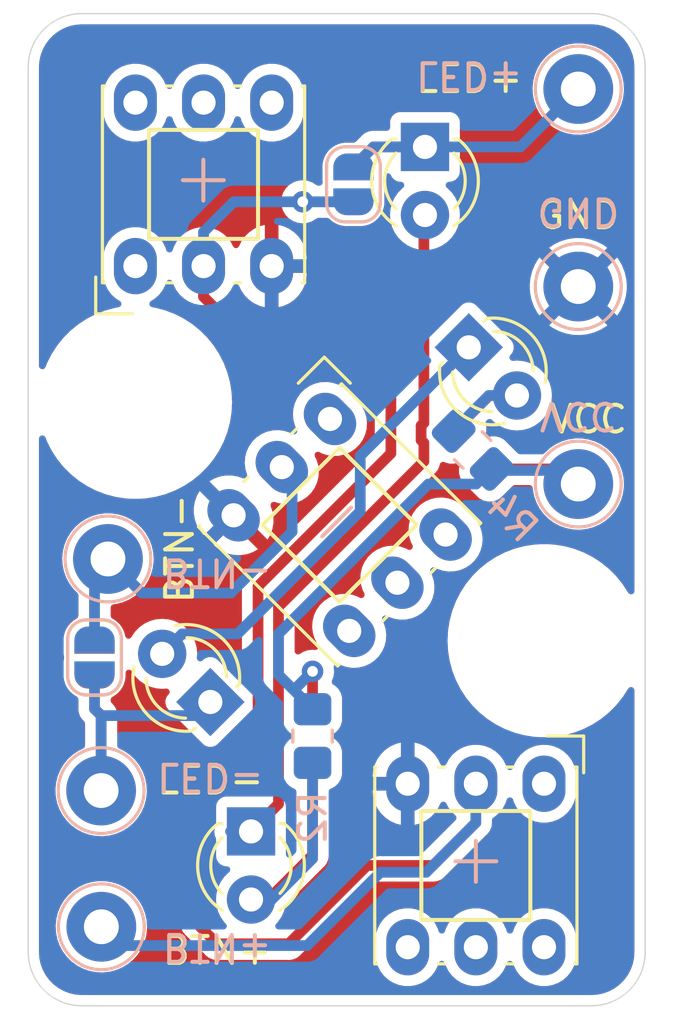
<source format=kicad_pcb>
(kicad_pcb (version 20211014) (generator pcbnew)
  (layers (0 "F.Cu" signal) (31 "B.Cu" signal) (34 "B.Paste" user) (35 "F.Paste" user) (36 "B.SilkS" user "B.Silkscreen") (37 "F.SilkS" user "F.Silkscreen") (38 "B.Mask" user) (39 "F.Mask" user) (44 "Edge.Cuts" user))
  (net 0 "")
  (net 1 "GND")
  (net 2 "VCC")
  (net 3 "Net-(D1-Pad2)")
  (net 4 "Net-(D2-Pad2)")
  (net 5 "Net-(D1-Pad1)")
  (net 6 "Net-(D2-Pad1)")
  (net 7 "Net-(JP2-Pad2)")
  (net 8 "Net-(JP1-Pad2)")
  (net 9 "Net-(D3-Pad1)")
  (net 10 "Net-(D4-Pad1)")
  (footprint "MountingHole:MountingHole_3.2mm_M3" (layer "F.Cu") (at 94.996 31.496 -90)
    (fp_text reference "H1" hide)
    (fp_text value "MountingHole")
    (pad "" np_thru_hole circle (at 0 0 270) (size 3.2 3.2) (drill 3.2) (layers *.Cu *.Mask))
  )
  (footprint "MountingHole:MountingHole_3.2mm_M3" (layer "F.Cu") (at 110.236 40.386 180)
    (fp_text reference "H2" hide)
    (fp_text value "MountingHole")
    (pad "" np_thru_hole circle (at 0 0 180) (size 3.2 3.2) (drill 3.2) (layers *.Cu *.Mask))
  )
  (footprint "Switch_KMZ:KLS7" (layer "F.Cu") (at 107.688 48.768 -90)
    (fp_text reference "SWPLUS1" hide)
    (fp_text value "SW_Push_DPDT")
    (fp_line (start -2.032 2.032) (end 2.032 2.032) (layer "F.SilkS") (width 0.15))
    (fp_line (start -3.67 -3.69) (end -3.67 -3.77) (layer "F.SilkS") (width 0.12))
    (fp_line (start -3.67 3.69) (end -3.67 3.77) (layer "F.SilkS") (width 0.12))
    (fp_line (start 3.67 1.15) (end 3.67 1.39) (layer "F.SilkS") (width 0.12))
    (fp_line (start -3.67 1.15) (end -3.67 1.39) (layer "F.SilkS") (width 0.12))
    (fp_line (start -3.67 -3.77) (end 3.67 -3.77) (layer "F.SilkS") (width 0.12))
    (fp_line (start -4.826 -4.02) (end -3.456 -4.02) (layer "F.SilkS") (width 0.12))
    (fp_line (start 3.67 -1.39) (end 3.67 -1.15) (layer "F.SilkS") (width 0.12))
    (fp_line (start 2.032 -2.032) (end -2.032 -2.032) (layer "F.SilkS") (width 0.15))
    (fp_line (start -2.032 -2.032) (end -2.032 2.032) (layer "F.SilkS") (width 0.15))
    (fp_line (start -3.67 -1.39) (end -3.67 -1.15) (layer "F.SilkS") (width 0.12))
    (fp_line (start -3.67 3.77) (end 3.67 3.77) (layer "F.SilkS") (width 0.12))
    (fp_line (start 2.032 2.032) (end 2.032 -2.032) (layer "F.SilkS") (width 0.15))
    (fp_line (start 3.67 3.77) (end 3.67 3.69) (layer "F.SilkS") (width 0.12))
    (fp_line (start -4.826 -2.65) (end -4.826 -4.02) (layer "F.SilkS") (width 0.12))
    (fp_line (start 3.67 -3.77) (end 3.67 -3.69) (layer "F.SilkS") (width 0.12))
    (pad "1" thru_hole oval locked (at -3.048 -2.54 270) (size 2.1 1.6) (drill 0.9) (layers *.Cu *.Mask))
    (pad "2" thru_hole oval locked (at -3.048 2.54 270) (size 2.1 1.6) (drill 0.9) (layers *.Cu *.Mask) (net 1 "GND"))
    (pad "3" thru_hole oval locked (at -3.048 0 270) (size 2.1 1.6) (drill 0.9) (layers *.Cu *.Mask) (net 8 "Net-(JP1-Pad2)"))
    (pad "4" thru_hole oval locked (at 3.048 2.54 270) (size 2.1 1.6) (drill 0.9) (layers *.Cu *.Mask))
    (pad "5" thru_hole oval locked (at 3.048 -2.54 270) (size 2.1 1.6) (drill 0.9) (layers *.Cu *.Mask))
    (pad "6" thru_hole oval locked (at 3.048 0 270) (size 2.1 1.6) (drill 0.9) (layers *.Cu *.Mask))
  )
  (footprint "LED_THT:LED_D3.0mm" (layer "F.Cu") (at 99.306 47.498 -90)
    (fp_text reference "D1" hide)
    (fp_text value "MINUS")
    (fp_line (start -0.29 1.08) (end -0.29 1.236) (layer "F.SilkS") (width 0.12))
    (fp_line (start -0.29 -1.236) (end -0.29 -1.08) (layer "F.SilkS") (width 0.12))
    (fp_arc (start 2.31113 1.079837) (mid 1.270117 1.5) (end 0.229039 1.08) (layer "F.SilkS") (width 0.12))
    (fp_arc (start 0.229039 -1.08) (mid 1.270117 -1.5) (end 2.31113 -1.079837) (layer "F.SilkS") (width 0.12))
    (fp_arc (start -0.29 -1.235516) (mid 1.366487 -1.987659) (end 2.942335 -1.078608) (layer "F.SilkS") (width 0.12))
    (fp_arc (start 2.942335 1.078608) (mid 1.366487 1.987659) (end -0.29 1.235516) (layer "F.SilkS") (width 0.12))
    (pad "1" thru_hole rect (at 0 0 270) (size 1.8 1.8) (drill 0.9) (layers *.Cu *.Mask) (net 5 "Net-(D1-Pad1)"))
    (pad "2" thru_hole circle (at 2.54 0 270) (size 1.8 1.8) (drill 0.9) (layers *.Cu *.Mask) (net 3 "Net-(D1-Pad2)"))
  )
  (footprint "LED_THT:LED_D3.0mm" (layer "F.Cu") (at 107.423949 29.445949 -45)
    (fp_text reference "D2" hide)
    (fp_text value "PLUS")
    (fp_line (start -0.29 -1.236) (end -0.29 -1.08) (layer "F.SilkS") (width 0.12))
    (fp_line (start -0.29 1.08) (end -0.29 1.236) (layer "F.SilkS") (width 0.12))
    (fp_arc (start -0.29 -1.235516) (mid 1.366488 -1.987659) (end 2.942335 -1.078608) (layer "F.SilkS") (width 0.12))
    (fp_arc (start 0.229039 -1.08) (mid 1.270118 -1.5) (end 2.31113 -1.079837) (layer "F.SilkS") (width 0.12))
    (fp_arc (start 2.942335 1.078608) (mid 1.366487 1.987659) (end -0.29 1.235516) (layer "F.SilkS") (width 0.12))
    (fp_arc (start 2.31113 1.079837) (mid 1.270117 1.5) (end 0.229039 1.08) (layer "F.SilkS") (width 0.12))
    (pad "1" thru_hole rect (at 0 0 315) (size 1.8 1.8) (drill 0.9) (layers *.Cu *.Mask) (net 6 "Net-(D2-Pad1)"))
    (pad "2" thru_hole circle (at 2.54 0 315) (size 1.8 1.8) (drill 0.9) (layers *.Cu *.Mask) (net 4 "Net-(D2-Pad2)"))
  )
  (footprint "Switch_KMZ:KLS7" (layer "F.Cu") (at 102.608 36.068 -45)
    (fp_text reference "SWMINUS1" hide)
    (fp_text value "SW_Push_DPDT")
    (fp_line (start 2.032 2.032) (end 2.032 -2.032) (layer "F.SilkS") (width 0.15))
    (fp_line (start -3.67 1.15) (end -3.67 1.39) (layer "F.SilkS") (width 0.12))
    (fp_line (start -3.67 3.69) (end -3.67 3.77) (layer "F.SilkS") (width 0.12))
    (fp_line (start 2.032 -2.032) (end -2.032 -2.032) (layer "F.SilkS") (width 0.15))
    (fp_line (start -3.67 -3.69) (end -3.67 -3.77) (layer "F.SilkS") (width 0.12))
    (fp_line (start -2.032 -2.032) (end -2.032 2.032) (layer "F.SilkS") (width 0.15))
    (fp_line (start -4.826 -4.02) (end -3.456 -4.02) (layer "F.SilkS") (width 0.12))
    (fp_line (start 3.67 -1.39) (end 3.67 -1.15) (layer "F.SilkS") (width 0.12))
    (fp_line (start 3.67 3.77) (end 3.67 3.69) (layer "F.SilkS") (width 0.12))
    (fp_line (start -3.67 -3.77) (end 3.67 -3.77) (layer "F.SilkS") (width 0.12))
    (fp_line (start -3.67 3.77) (end 3.67 3.77) (layer "F.SilkS") (width 0.12))
    (fp_line (start -4.826 -2.65) (end -4.826 -4.02) (layer "F.SilkS") (width 0.12))
    (fp_line (start 3.67 1.15) (end 3.67 1.39) (layer "F.SilkS") (width 0.12))
    (fp_line (start -3.67 -1.39) (end -3.67 -1.15) (layer "F.SilkS") (width 0.12))
    (fp_line (start 3.67 -3.77) (end 3.67 -3.69) (layer "F.SilkS") (width 0.12))
    (fp_line (start -2.032 2.032) (end 2.032 2.032) (layer "F.SilkS") (width 0.15))
    (pad "1" thru_hole oval locked (at -3.048 -2.54 315) (size 2.1 1.6) (drill 0.9) (layers *.Cu *.Mask))
    (pad "2" thru_hole oval locked (at -3.048 2.54 315) (size 2.1 1.6) (drill 0.9) (layers *.Cu *.Mask) (net 1 "GND"))
    (pad "3" thru_hole oval locked (at -3.048 0 315) (size 2.1 1.6) (drill 0.9) (layers *.Cu *.Mask) (net 7 "Net-(JP2-Pad2)"))
    (pad "4" thru_hole oval locked (at 3.048 2.54 315) (size 2.1 1.6) (drill 0.9) (layers *.Cu *.Mask))
    (pad "5" thru_hole oval locked (at 3.048 -2.54 315) (size 2.1 1.6) (drill 0.9) (layers *.Cu *.Mask))
    (pad "6" thru_hole oval locked (at 3.048 0 315) (size 2.1 1.6) (drill 0.9) (layers *.Cu *.Mask))
  )
  (footprint "LED_THT:LED_D3.0mm" (layer "F.Cu") (at 97.79 42.672 135)
    (fp_text reference "D4" hide)
    (fp_text value "PLUS")
    (fp_line (start -0.29 1.08) (end -0.29 1.236) (layer "F.SilkS") (width 0.12))
    (fp_line (start -0.29 -1.236) (end -0.29 -1.08) (layer "F.SilkS") (width 0.12))
    (fp_arc (start 2.31113 1.079837) (mid 1.270117 1.5) (end 0.229039 1.08) (layer "F.SilkS") (width 0.12))
    (fp_arc (start 2.942335 1.078608) (mid 1.366487 1.987659) (end -0.29 1.235516) (layer "F.SilkS") (width 0.12))
    (fp_arc (start -0.29 -1.235516) (mid 1.366488 -1.987659) (end 2.942335 -1.078608) (layer "F.SilkS") (width 0.12))
    (fp_arc (start 0.229039 -1.08) (mid 1.270118 -1.5) (end 2.31113 -1.079837) (layer "F.SilkS") (width 0.12))
    (pad "1" thru_hole rect (at 0 0 135) (size 1.8 1.8) (drill 0.9) (layers *.Cu *.Mask) (net 10 "Net-(D4-Pad1)"))
    (pad "2" thru_hole circle (at 2.54 0 135) (size 1.8 1.8) (drill 0.9) (layers *.Cu *.Mask) (net 6 "Net-(D2-Pad1)"))
  )
  (footprint "Switch_KMZ:KLS7" (layer "F.Cu") (at 97.536 23.368 90)
    (fp_text reference "SWPLUS2" hide)
    (fp_text value "SW_Push_DPDT")
    (fp_line (start 3.67 -3.77) (end 3.67 -3.69) (layer "F.SilkS") (width 0.12))
    (fp_line (start -2.032 2.032) (end 2.032 2.032) (layer "F.SilkS") (width 0.15))
    (fp_line (start -3.67 3.69) (end -3.67 3.77) (layer "F.SilkS") (width 0.12))
    (fp_line (start 3.67 -1.39) (end 3.67 -1.15) (layer "F.SilkS") (width 0.12))
    (fp_line (start -3.67 1.15) (end -3.67 1.39) (layer "F.SilkS") (width 0.12))
    (fp_line (start 2.032 2.032) (end 2.032 -2.032) (layer "F.SilkS") (width 0.15))
    (fp_line (start -2.032 -2.032) (end -2.032 2.032) (layer "F.SilkS") (width 0.15))
    (fp_line (start -4.826 -4.02) (end -3.456 -4.02) (layer "F.SilkS") (width 0.12))
    (fp_line (start 3.67 3.77) (end 3.67 3.69) (layer "F.SilkS") (width 0.12))
    (fp_line (start -3.67 -1.39) (end -3.67 -1.15) (layer "F.SilkS") (width 0.12))
    (fp_line (start 2.032 -2.032) (end -2.032 -2.032) (layer "F.SilkS") (width 0.15))
    (fp_line (start -3.67 3.77) (end 3.67 3.77) (layer "F.SilkS") (width 0.12))
    (fp_line (start 3.67 1.15) (end 3.67 1.39) (layer "F.SilkS") (width 0.12))
    (fp_line (start -3.67 -3.77) (end 3.67 -3.77) (layer "F.SilkS") (width 0.12))
    (fp_line (start -4.826 -2.65) (end -4.826 -4.02) (layer "F.SilkS") (width 0.12))
    (fp_line (start -3.67 -3.69) (end -3.67 -3.77) (layer "F.SilkS") (width 0.12))
    (pad "1" thru_hole oval locked (at -3.048 -2.54 90) (size 2.1 1.6) (drill 0.9) (layers *.Cu *.Mask))
    (pad "2" thru_hole oval locked (at -3.048 2.54 90) (size 2.1 1.6) (drill 0.9) (layers *.Cu *.Mask) (net 1 "GND"))
    (pad "3" thru_hole oval locked (at -3.048 0 90) (size 2.1 1.6) (drill 0.9) (layers *.Cu *.Mask) (net 8 "Net-(JP1-Pad2)"))
    (pad "4" thru_hole oval locked (at 3.048 2.54 90) (size 2.1 1.6) (drill 0.9) (layers *.Cu *.Mask))
    (pad "5" thru_hole oval locked (at 3.048 -2.54 90) (size 2.1 1.6) (drill 0.9) (layers *.Cu *.Mask))
    (pad "6" thru_hole oval locked (at 3.048 0 90) (size 2.1 1.6) (drill 0.9) (layers *.Cu *.Mask))
  )
  (footprint "LED_THT:LED_D3.0mm" (layer "F.Cu") (at 105.791 21.971 -90)
    (fp_text reference "D3" hide)
    (fp_text value "MINUS")
    (fp_line (start -0.29 1.08) (end -0.29 1.236) (layer "F.SilkS") (width 0.12))
    (fp_line (start -0.29 -1.236) (end -0.29 -1.08) (layer "F.SilkS") (width 0.12))
    (fp_arc (start 0.229039 -1.08) (mid 1.270117 -1.5) (end 2.31113 -1.079837) (layer "F.SilkS") (width 0.12))
    (fp_arc (start 2.942335 1.078608) (mid 1.366487 1.987659) (end -0.29 1.235516) (layer "F.SilkS") (width 0.12))
    (fp_arc (start 2.31113 1.079837) (mid 1.270117 1.5) (end 0.229039 1.08) (layer "F.SilkS") (width 0.12))
    (fp_arc (start -0.29 -1.235516) (mid 1.366487 -1.987659) (end 2.942335 -1.078608) (layer "F.SilkS") (width 0.12))
    (pad "1" thru_hole rect (at 0 0 270) (size 1.8 1.8) (drill 0.9) (layers *.Cu *.Mask) (net 9 "Net-(D3-Pad1)"))
    (pad "2" thru_hole circle (at 2.54 0 270) (size 1.8 1.8) (drill 0.9) (layers *.Cu *.Mask) (net 5 "Net-(D1-Pad1)"))
  )
  (footprint "Jumper:SolderJumper-2_P1.3mm_Open_RoundedPad1.0x1.5mm" (layer "F.Cu") (at 103.124 23.368 -90)
    (fp_text reference "JP3" hide)
    (fp_text value "SJ")
    (fp_line (start -0.7 -1) (end 0.7 -1) (layer "F.SilkS") (width 0.12))
    (fp_line (start 0.7 1) (end -0.7 1) (layer "F.SilkS") (width 0.12))
    (fp_line (start -1.4 0.3) (end -1.4 -0.3) (layer "F.SilkS") (width 0.12))
    (fp_line (start 1.4 -0.3) (end 1.4 0.3) (layer "F.SilkS") (width 0.12))
    (fp_arc (start 0.7 -1) (mid 1.194975 -0.794975) (end 1.4 -0.3) (layer "F.SilkS") (width 0.12))
    (fp_arc (start -1.4 -0.3) (mid -1.194975 -0.794975) (end -0.7 -1) (layer "F.SilkS") (width 0.12))
    (fp_arc (start 1.4 0.3) (mid 1.194975 0.794975) (end 0.7 1) (layer "F.SilkS") (width 0.12))
    (fp_arc (start -0.7 1) (mid -1.194975 0.794975) (end -1.4 0.3) (layer "F.SilkS") (width 0.12))
    (pad "1" smd custom (at -0.65 0 270) (size 1 0.5) (layers "F.Cu" "F.Mask") (net 9 "Net-(D3-Pad1)") (options (clearance outline) (anchor rect)) (primitives (gr_circle (center 0 0.25) (end 0.5 0.25) (width 0) (fill yes)) (gr_circle (center 0 -0.25) (end 0.5 -0.25) (width 0) (fill yes)) (gr_poly (pts (xy 0.5 0.75) (xy 0 0.75) (xy 0 -0.75) (xy 0.5 -0.75)) (width 0) (fill yes))))
    (pad "2" smd custom (at 0.65 0 270) (size 1 0.5) (layers "F.Cu" "F.Mask") (net 8 "Net-(JP1-Pad2)") (options (clearance outline) (anchor rect)) (primitives (gr_circle (center 0 0.25) (end 0.5 0.25) (width 0) (fill yes)) (gr_circle (center 0 -0.25) (end 0.5 -0.25) (width 0) (fill yes)) (gr_poly (pts (xy 0 0.75) (xy -0.5 0.75) (xy -0.5 -0.75) (xy 0 -0.75)) (width 0) (fill yes))))
  )
  (footprint "Jumper:SolderJumper-2_P1.3mm_Open_RoundedPad1.0x1.5mm" (layer "F.Cu") (at 93.472 41.021 90)
    (fp_text reference "JP4" hide)
    (fp_text value "SJ")
    (fp_line (start -1.4 0.3) (end -1.4 -0.3) (layer "F.SilkS") (width 0.12))
    (fp_line (start 1.4 -0.3) (end 1.4 0.3) (layer "F.SilkS") (width 0.12))
    (fp_line (start 0.7 1) (end -0.7 1) (layer "F.SilkS") (width 0.12))
    (fp_line (start -0.7 -1) (end 0.7 -1) (layer "F.SilkS") (width 0.12))
    (fp_arc (start 1.4 0.3) (mid 1.194975 0.794975) (end 0.7 1) (layer "F.SilkS") (width 0.12))
    (fp_arc (start -1.4 -0.3) (mid -1.194975 -0.794975) (end -0.7 -1) (layer "F.SilkS") (width 0.12))
    (fp_arc (start 0.7 -1) (mid 1.194975 -0.794975) (end 1.4 -0.3) (layer "F.SilkS") (width 0.12))
    (fp_arc (start -0.7 1) (mid -1.194975 0.794975) (end -1.4 0.3) (layer "F.SilkS") (width 0.12))
    (pad "1" smd custom (at -0.65 0 90) (size 1 0.5) (layers "F.Cu" "F.Mask") (net 10 "Net-(D4-Pad1)") (options (clearance outline) (anchor rect)) (primitives (gr_circle (center 0 0.25) (end 0.5 0.25) (width 0) (fill yes)) (gr_circle (center 0 -0.25) (end 0.5 -0.25) (width 0) (fill yes)) (gr_poly (pts (xy 0.5 0.75) (xy 0 0.75) (xy 0 -0.75) (xy 0.5 -0.75)) (width 0) (fill yes))))
    (pad "2" smd custom (at 0.65 0 90) (size 1 0.5) (layers "F.Cu" "F.Mask") (net 7 "Net-(JP2-Pad2)") (options (clearance outline) (anchor rect)) (primitives (gr_circle (center 0 0.25) (end 0.5 0.25) (width 0) (fill yes)) (gr_circle (center 0 -0.25) (end 0.5 -0.25) (width 0) (fill yes)) (gr_poly (pts (xy 0 0.75) (xy -0.5 0.75) (xy -0.5 -0.75) (xy 0 -0.75)) (width 0) (fill yes))))
  )
  (footprint "Resistor_SMD:R_0805_2012Metric_Pad1.20x1.40mm_HandSolder" (layer "F.Cu") (at 101.6 43.942 90)
    (fp_text reference "R1" hide)
    (fp_text value "1k")
    (fp_line (start -0.227064 0.735) (end 0.227064 0.735) (layer "F.SilkS") (width 0.12))
    (fp_line (start -0.227064 -0.735) (end 0.227064 -0.735) (layer "F.SilkS") (width 0.12))
    (pad "1" smd roundrect (at -1 0 90) (size 1.2 1.4) (layers "F.Cu" "F.Paste" "F.Mask") (roundrect_rratio 0.208333) (net 3 "Net-(D1-Pad2)"))
    (pad "2" smd roundrect (at 1 0 90) (size 1.2 1.4) (layers "F.Cu" "F.Paste" "F.Mask") (roundrect_rratio 0.208333) (net 2 "VCC"))
  )
  (footprint "Resistor_SMD:R_0805_2012Metric_Pad1.20x1.40mm_HandSolder" (layer "F.Cu") (at 107.569 33.274 135)
    (fp_text reference "R3" hide)
    (fp_text value "1k")
    (fp_line (start -0.227064 -0.735) (end 0.227064 -0.735) (layer "F.SilkS") (width 0.12))
    (fp_line (start -0.227064 0.735) (end 0.227064 0.735) (layer "F.SilkS") (width 0.12))
    (pad "1" smd roundrect (at -1 0 135) (size 1.2 1.4) (layers "F.Cu" "F.Paste" "F.Mask") (roundrect_rratio 0.208333) (net 2 "VCC"))
    (pad "2" smd roundrect (at 1 0 135) (size 1.2 1.4) (layers "F.Cu" "F.Paste" "F.Mask") (roundrect_rratio 0.208333) (net 4 "Net-(D2-Pad2)"))
  )
  (footprint "Connector_Pin:Pin_D1.3mm_L11.0mm" (layer "B.Cu") (at 93.726 51.054 180)
    (fp_text reference "OPLUS1" hide)
    (fp_text value "pad")
    (fp_circle (center 0 0) (end 1.6 -0.05) (layer "B.SilkS") (width 0.12) (fill none))
    (pad "1" thru_hole circle (at 0 0 180) (size 2.6 2.6) (drill 1.3) (layers *.Cu *.Mask) (net 8 "Net-(JP1-Pad2)"))
  )
  (footprint "Resistor_SMD:R_0805_2012Metric_Pad1.20x1.40mm_HandSolder" (layer "B.Cu") (at 107.569 33.274 135)
    (fp_text reference "R4" (at -2.796052 -0.71842 135) (layer "B.SilkS") (effects (justify mirror)))
    (fp_text value "1k")
    (fp_line (start -0.227064 -0.735) (end 0.227064 -0.735) (layer "B.SilkS") (width 0.12))
    (fp_line (start -0.227064 0.735) (end 0.227064 0.735) (layer "B.SilkS") (width 0.12))
    (pad "1" smd roundrect (at -1 0 135) (size 1.2 1.4) (layers "B.Cu" "B.Paste" "B.Mask") (roundrect_rratio 0.208333) (net 2 "VCC"))
    (pad "2" smd roundrect (at 1 0 135) (size 1.2 1.4) (layers "B.Cu" "B.Paste" "B.Mask") (roundrect_rratio 0.208333) (net 4 "Net-(D2-Pad2)"))
  )
  (footprint "Connector_Pin:Pin_D1.3mm_L11.0mm" (layer "B.Cu") (at 93.718 45.974 180)
    (fp_text reference "IPLUS1" hide)
    (fp_text value "pad")
    (fp_circle (center 0 0) (end 1.6 -0.05) (layer "B.SilkS") (width 0.12) (fill none))
    (pad "1" thru_hole circle (at 0 0 180) (size 2.6 2.6) (drill 1.3) (layers *.Cu *.Mask) (net 10 "Net-(D4-Pad1)"))
  )
  (footprint "Resistor_SMD:R_0805_2012Metric_Pad1.20x1.40mm_HandSolder" (layer "B.Cu") (at 101.6 43.942 -90)
    (fp_text reference "R2" (at 3.048 0 90) (layer "B.SilkS") (effects (justify mirror)))
    (fp_text value "1k")
    (fp_line (start -0.227064 0.735) (end 0.227064 0.735) (layer "B.SilkS") (width 0.12))
    (fp_line (start -0.227064 -0.735) (end 0.227064 -0.735) (layer "B.SilkS") (width 0.12))
    (pad "1" smd roundrect (at -1 0 270) (size 1.2 1.4) (layers "B.Cu" "B.Paste" "B.Mask") (roundrect_rratio 0.208333) (net 2 "VCC"))
    (pad "2" smd roundrect (at 1 0 270) (size 1.2 1.4) (layers "B.Cu" "B.Paste" "B.Mask") (roundrect_rratio 0.208333) (net 3 "Net-(D1-Pad2)"))
  )
  (footprint "Connector_Pin:Pin_D1.3mm_L11.0mm" (layer "B.Cu") (at 111.506 27.178 180)
    (fp_text reference "GND1" hide)
    (fp_text value "pad")
    (fp_circle (center 0 0) (end 1.6 -0.05) (layer "B.SilkS") (width 0.12) (fill none))
    (pad "1" thru_hole circle (at 0 0 180) (size 2.6 2.6) (drill 1.3) (layers *.Cu *.Mask) (net 1 "GND"))
  )
  (footprint "Connector_Pin:Pin_D1.3mm_L11.0mm" (layer "B.Cu") (at 111.506 34.544 180)
    (fp_text reference "VCC1" hide)
    (fp_text value "pad")
    (fp_circle (center 0 0) (end 1.6 -0.05) (layer "B.SilkS") (width 0.12) (fill none))
    (pad "1" thru_hole circle (at 0 0 180) (size 2.6 2.6) (drill 1.3) (layers *.Cu *.Mask) (net 2 "VCC"))
  )
  (footprint "Jumper:SolderJumper-2_P1.3mm_Open_RoundedPad1.0x1.5mm" (layer "B.Cu") (at 103.124 23.368 -90)
    (fp_text reference "JP1" hide)
    (fp_text value "SJ")
    (fp_line (start 0.7 -1) (end -0.7 -1) (layer "B.SilkS") (width 0.12))
    (fp_line (start 1.4 0.3) (end 1.4 -0.3) (layer "B.SilkS") (width 0.12))
    (fp_line (start -1.4 -0.3) (end -1.4 0.3) (layer "B.SilkS") (width 0.12))
    (fp_line (start -0.7 1) (end 0.7 1) (layer "B.SilkS") (width 0.12))
    (fp_arc (start 0.7 -1) (mid 1.194975 -0.794975) (end 1.4 -0.3) (layer "B.SilkS") (width 0.12))
    (fp_arc (start -0.7 1) (mid -1.194975 0.794975) (end -1.4 0.3) (layer "B.SilkS") (width 0.12))
    (fp_arc (start 1.4 0.3) (mid 1.194975 0.794975) (end 0.7 1) (layer "B.SilkS") (width 0.12))
    (fp_arc (start -1.4 -0.3) (mid -1.194975 -0.794975) (end -0.7 -1) (layer "B.SilkS") (width 0.12))
    (pad "1" smd custom (at -0.65 0 270) (size 1 0.5) (layers "B.Cu" "B.Mask") (net 9 "Net-(D3-Pad1)") (options (clearance outline) (anchor rect)) (primitives (gr_circle (center 0 -0.25) (end 0.5 -0.25) (width 0) (fill yes)) (gr_circle (center 0 0.25) (end 0.5 0.25) (width 0) (fill yes)) (gr_poly (pts (xy 0.5 -0.75) (xy 0 -0.75) (xy 0 0.75) (xy 0.5 0.75)) (width 0) (fill yes))))
    (pad "2" smd custom (at 0.65 0 270) (size 1 0.5) (layers "B.Cu" "B.Mask") (net 8 "Net-(JP1-Pad2)") (options (clearance outline) (anchor rect)) (primitives (gr_circle (center 0 -0.25) (end 0.5 -0.25) (width 0) (fill yes)) (gr_circle (center 0 0.25) (end 0.5 0.25) (width 0) (fill yes)) (gr_poly (pts (xy 0 -0.75) (xy -0.5 -0.75) (xy -0.5 0.75) (xy 0 0.75)) (width 0) (fill yes))))
  )
  (footprint "Jumper:SolderJumper-2_P1.3mm_Open_RoundedPad1.0x1.5mm" (layer "B.Cu") (at 93.472 41.006 90)
    (fp_text reference "JP2" hide)
    (fp_text value "SJ")
    (fp_line (start 1.4 0.3) (end 1.4 -0.3) (layer "B.SilkS") (width 0.12))
    (fp_line (start 0.7 -1) (end -0.7 -1) (layer "B.SilkS") (width 0.12))
    (fp_line (start -1.4 -0.3) (end -1.4 0.3) (layer "B.SilkS") (width 0.12))
    (fp_line (start -0.7 1) (end 0.7 1) (layer "B.SilkS") (width 0.12))
    (fp_arc (start -1.4 -0.3) (mid -1.194975 -0.794975) (end -0.7 -1) (layer "B.SilkS") (width 0.12))
    (fp_arc (start -0.7 1) (mid -1.194975 0.794975) (end -1.4 0.3) (layer "B.SilkS") (width 0.12))
    (fp_arc (start 0.7 -1) (mid 1.194975 -0.794975) (end 1.4 -0.3) (layer "B.SilkS") (width 0.12))
    (fp_arc (start 1.4 0.3) (mid 1.194975 0.794975) (end 0.7 1) (layer "B.SilkS") (width 0.12))
    (pad "1" smd custom (at -0.65 0 90) (size 1 0.5) (layers "B.Cu" "B.Mask") (net 10 "Net-(D4-Pad1)") (options (clearance outline) (anchor rect)) (primitives (gr_circle (center 0 -0.25) (end 0.5 -0.25) (width 0) (fill yes)) (gr_circle (center 0 0.25) (end 0.5 0.25) (width 0) (fill yes)) (gr_poly (pts (xy 0.5 -0.75) (xy 0 -0.75) (xy 0 0.75) (xy 0.5 0.75)) (width 0) (fill yes))))
    (pad "2" smd custom (at 0.65 0 90) (size 1 0.5) (layers "B.Cu" "B.Mask") (net 7 "Net-(JP2-Pad2)") (options (clearance outline) (anchor rect)) (primitives (gr_circle (center 0 -0.25) (end 0.5 -0.25) (width 0) (fill yes)) (gr_circle (center 0 0.25) (end 0.5 0.25) (width 0) (fill yes)) (gr_poly (pts (xy 0 -0.75) (xy -0.5 -0.75) (xy -0.5 0.75) (xy 0 0.75)) (width 0) (fill yes))))
  )
  (footprint "Connector_Pin:Pin_D1.3mm_L11.0mm" (layer "B.Cu") (at 93.972 37.338 180)
    (fp_text reference "OMINUS1" hide)
    (fp_text value "pad")
    (fp_circle (center 0 0) (end 1.6 -0.05) (layer "B.SilkS") (width 0.12) (fill none))
    (pad "1" thru_hole circle (at 0 0 180) (size 2.6 2.6) (drill 1.3) (layers *.Cu *.Mask) (net 7 "Net-(JP2-Pad2)"))
  )
  (footprint "Connector_Pin:Pin_D1.3mm_L11.0mm" (layer "B.Cu") (at 111.506 19.812 180)
    (fp_text reference "IMINUS1" hide)
    (fp_text value "pad")
    (fp_circle (center 0 0) (end 1.6 -0.05) (layer "B.SilkS") (width 0.12) (fill none))
    (pad "1" thru_hole circle (at 0 0 180) (size 2.6 2.6) (drill 1.3) (layers *.Cu *.Mask) (net 9 "Net-(D3-Pad1)"))
  )
  (gr_line (start 114 19) (end 114 52) (layer "Edge.Cuts") (width 0.05))
  (gr_arc (start 112 17) (mid 113.414214 17.585786) (end 114 19) (layer "Edge.Cuts") (width 0.05))
  (gr_line (start 93 17) (end 112 17) (layer "Edge.Cuts") (width 0.05))
  (gr_arc (start 114 52) (mid 113.414214 53.414214) (end 112 54) (layer "Edge.Cuts") (width 0.05))
  (gr_line (start 91 52) (end 91 19) (layer "Edge.Cuts") (width 0.05))
  (gr_arc (start 93 54) (mid 91.585786 53.414214) (end 91 52) (layer "Edge.Cuts") (width 0.05))
  (gr_line (start 112 54) (end 93 54) (layer "Edge.Cuts") (width 0.05))
  (gr_arc (start 91 19) (mid 91.585786 17.585786) (end 93 17) (layer "Edge.Cuts") (width 0.05))
  (gr_text "+" (at 97.528 23.368 180) (layer "B.SilkS") (effects (font (size 2 2)) (justify mirror)))
  (gr_text "LED+" (at 107.442 19.304 180) (layer "B.SilkS") (effects (font (size 1 1)) (justify mirror)))
  (gr_text "+" (at 107.688 48.768 180) (layer "B.SilkS") (effects (font (size 2 2)) (justify mirror)))
  (gr_text "BTN-" (at 98.044 37.846 180) (layer "B.SilkS") (effects (font (size 1 1)) (justify mirror)))
  (gr_text "GND" (at 111.506 24.384 180) (layer "B.SilkS") (effects (font (size 1 1)) (justify mirror)))
  (gr_text "BTN+" (at 98.044 51.816 180) (layer "B.SilkS") (effects (font (size 1 1)) (justify mirror)))
  (gr_text "VCC" (at 111.506 32.004 180) (layer "B.SilkS") (effects (font (size 1 1)) (justify mirror)))
  (gr_text "LED-" (at 97.79 45.466 180) (layer "B.SilkS") (effects (font (size 1 1)) (justify mirror)))
  (gr_text "-" (at 102.608 36.068 225) (layer "B.SilkS") (effects (font (size 2 2)) (justify mirror)))
  (gr_text "GND" (at 111.506 24.511) (layer "F.SilkS") (effects (font (size 1 1))))
  (gr_text "BTN-" (at 96.647 36.957 90) (layer "F.SilkS") (effects (font (size 1 1))))
  (gr_text "BTN+" (at 98.044 51.943) (layer "F.SilkS") (effects (font (size 1 1))))
  (gr_text "LED-" (at 97.79 45.593) (layer "F.SilkS") (effects (font (size 1 1))))
  (gr_text "VCC" (at 111.887 32.131) (layer "F.SilkS") (effects (font (size 1 1))))
  (gr_text "LED+" (at 107.442 19.431) (layer "F.SilkS") (effects (font (size 1 1))))
  (segment (start 101.6 42.942) (end 101.6 41.529) (width 0.4) (layer "F.Cu") (net 2))
  (segment (start 108.276107 33.981107) (end 110.943107 33.981107) (width 0.4) (layer "F.Cu") (net 2))
  (segment (start 110.943107 33.981107) (end 111.506 34.544) (width 0.4) (layer "F.Cu") (net 2))
  (via (at 101.6 41.529) (size 0.8) (drill 0.4) (layers "F.Cu" "B.Cu") (net 2))
  (segment (start 100.838 42.164) (end 101.6 42.926) (width 0.4) (layer "B.Cu") (net 2))
  (segment (start 100.965 42.164) (end 101.6 41.529) (width 0.4) (layer "B.Cu") (net 2))
  (segment (start 108.204 34.036) (end 110.998 34.036) (width 0.4) (layer "B.Cu") (net 2))
  (segment (start 100.33 40.132) (end 100.33 41.656) (width 0.4) (layer "B.Cu") (net 2))
  (segment (start 100.838 42.164) (end 100.965 42.164) (width 0.4) (layer "B.Cu") (net 2))
  (segment (start 100.33 41.656) (end 100.838 42.164) (width 0.4) (layer "B.Cu") (net 2))
  (segment (start 105.918 34.544) (end 100.33 40.132) (width 0.4) (layer "B.Cu") (net 2))
  (segment (start 107.696 34.544) (end 105.918 34.544) (width 0.4) (layer "B.Cu") (net 2))
  (segment (start 110.998 34.036) (end 111.506 34.544) (width 0.4) (layer "B.Cu") (net 2))
  (segment (start 108.204 34.036) (end 107.696 34.544) (width 0.4) (layer "B.Cu") (net 2))
  (segment (start 101.6 42.926) (end 101.6 42.942) (width 0.4) (layer "B.Cu") (net 2))
  (segment (start 99.306 50.038) (end 99.949 50.038) (width 0.4) (layer "F.Cu") (net 3))
  (segment (start 99.949 50.038) (end 101.6 48.387) (width 0.4) (layer "F.Cu") (net 3))
  (segment (start 99.306 50.038) (end 100.076 50.038) (width 0.4) (layer "F.Cu") (net 3))
  (segment (start 101.6 48.387) (end 101.6 44.942) (width 0.4) (layer "F.Cu") (net 3))
  (segment (start 101.6 48.514) (end 101.6 44.942) (width 0.4) (layer "B.Cu") (net 3))
  (segment (start 99.306 50.038) (end 100.076 50.038) (width 0.4) (layer "B.Cu") (net 3))
  (segment (start 100.076 50.038) (end 101.6 48.514) (width 0.4) (layer "B.Cu") (net 3))
  (segment (start 108.186786 31.242) (end 106.861893 32.566893) (width 0.4) (layer "F.Cu") (net 4))
  (segment (start 109.22 31.242) (end 108.186786 31.242) (width 0.4) (layer "F.Cu") (net 4))
  (segment (start 108.169572 31.242) (end 106.789786 32.621786) (width 0.4) (layer "B.Cu") (net 4))
  (segment (start 109.22 31.242) (end 108.169572 31.242) (width 0.4) (layer "B.Cu") (net 4))
  (segment (start 105.751147 33.011799) (end 105.646197 32.906849) (width 0.4) (layer "F.Cu") (net 5))
  (segment (start 105.751147 32.263409) (end 105.751147 24.550853) (width 0.4) (layer "F.Cu") (net 5))
  (segment (start 105.751147 33.694853) (end 105.751147 33.011799) (width 0.4) (layer "F.Cu") (net 5))
  (segment (start 100.33 46.474) (end 100.33 39.116) (width 0.4) (layer "F.Cu") (net 5))
  (segment (start 105.751147 24.550853) (end 105.791 24.511) (width 0.4) (layer "F.Cu") (net 5))
  (segment (start 99.306 47.498) (end 100.33 46.474) (width 0.4) (layer "F.Cu") (net 5))
  (segment (start 105.646197 32.906849) (end 105.646197 32.368359) (width 0.4) (layer "F.Cu") (net 5))
  (segment (start 100.33 39.116) (end 105.751147 33.694853) (width 0.4) (layer "F.Cu") (net 5))
  (segment (start 105.646197 32.368359) (end 105.751147 32.263409) (width 0.4) (layer "F.Cu") (net 5))
  (segment (start 98.544 47.498) (end 99.306 47.498) (width 0.4) (layer "B.Cu") (net 5))
  (segment (start 103.378 33.491898) (end 103.378 35.56) (width 0.4) (layer "B.Cu") (net 6))
  (segment (start 96.004 40.894) (end 96.266 40.894) (width 0.4) (layer "B.Cu") (net 6))
  (segment (start 98.806 40.132) (end 96.737898 40.132) (width 0.4) (layer "B.Cu") (net 6))
  (segment (start 107.423949 29.445949) (end 103.378 33.491898) (width 0.4) (layer "B.Cu") (net 6))
  (segment (start 107.423949 29.736051) (end 107.423949 29.445949) (width 0.4) (layer "B.Cu") (net 6))
  (segment (start 103.378 35.56) (end 98.806 40.132) (width 0.4) (layer "B.Cu") (net 6))
  (segment (start 96.737898 40.132) (end 95.993949 40.875949) (width 0.4) (layer "B.Cu") (net 6))
  (segment (start 93.472 37.838) (end 93.972 37.338) (width 0.4) (layer "F.Cu") (net 7))
  (segment (start 93.472 40.371) (end 93.472 37.838) (width 0.4) (layer "F.Cu") (net 7))
  (segment (start 100.452739 33.912739) (end 100.714739 33.912739) (width 0.4) (layer "B.Cu") (net 7))
  (segment (start 93.472 40.356) (end 93.472 37.838) (width 0.4) (layer "B.Cu") (net 7))
  (segment (start 100.714739 33.912739) (end 100.838 34.036) (width 0.4) (layer "B.Cu") (net 7))
  (segment (start 100.838 34.036) (end 100.838 36.322) (width 0.4) (layer "B.Cu") (net 7))
  (segment (start 98.552 38.608) (end 95.242 38.608) (width 0.4) (layer "B.Cu") (net 7))
  (segment (start 100.838 36.322) (end 98.552 38.608) (width 0.4) (layer "B.Cu") (net 7))
  (segment (start 95.242 38.608) (end 93.972 37.338) (width 0.4) (layer "B.Cu") (net 7))
  (segment (start 93.472 37.838) (end 93.972 37.338) (width 0.4) (layer "B.Cu") (net 7))
  (segment (start 103.124 24.018) (end 101.234 24.018) (width 0.4) (layer "F.Cu") (net 8))
  (segment (start 97.282 50.927) (end 97.282 46.482) (width 0.4) (layer "F.Cu") (net 8))
  (segment (start 103.632 48.768) (end 100.711 51.689) (width 0.4) (layer "F.Cu") (net 8))
  (segment (start 98.044 51.689) (end 97.282 50.927) (width 0.4) (layer "F.Cu") (net 8))
  (segment (start 99.568 44.196) (end 99.568 38.354) (width 0.4) (layer "F.Cu") (net 8))
  (segment (start 99.568 38.354) (end 104.521 33.401) (width 0.4) (layer "F.Cu") (net 8))
  (segment (start 102.997 29.464) (end 99.441 29.464) (width 0.4) (layer "F.Cu") (net 8))
  (segment (start 107.688 45.72) (end 107.688 47.17) (width 0.4) (layer "F.Cu") (net 8))
  (segment (start 106.09 48.768) (end 103.632 48.768) (width 0.4) (layer "F.Cu") (net 8))
  (segment (start 97.282 46.482) (end 99.568 44.196) (width 0.4) (layer "F.Cu") (net 8))
  (segment (start 99.441 29.464) (end 97.536 27.559) (width 0.4) (layer "F.Cu") (net 8))
  (segment (start 97.536 27.559) (end 97.536 26.416) (width 0.4) (layer "F.Cu") (net 8))
  (segment (start 104.521 33.401) (end 104.521 30.988) (width 0.4) (layer "F.Cu") (net 8))
  (segment (start 104.521 30.988) (end 102.997 29.464) (width 0.4) (layer "F.Cu") (net 8))
  (segment (start 100.711 51.689) (end 98.044 51.689) (width 0.4) (layer "F.Cu") (net 8))
  (segment (start 107.688 47.17) (end 106.09 48.768) (width 0.4) (layer "F.Cu") (net 8))
  (via (at 101.234 24.018) (size 0.8) (drill 0.4) (layers "F.Cu" "B.Cu") (net 8))
  (segment (start 105.836 49.022) (end 107.688 47.17) (width 0.4) (layer "B.Cu") (net 8))
  (segment (start 93.726 51.054) (end 94.428 51.756) (width 0.4) (layer "B.Cu") (net 8))
  (segment (start 103.124 24.018) (end 98.664 24.018) (width 0.4) (layer "B.Cu") (net 8))
  (segment (start 104.132 49.022) (end 105.836 49.022) (width 0.4) (layer "B.Cu") (net 8))
  (segment (start 101.398 51.756) (end 104.132 49.022) (width 0.4) (layer "B.Cu") (net 8))
  (segment (start 98.664 24.018) (end 97.536 25.146) (width 0.4) (layer "B.Cu") (net 8))
  (segment (start 107.688 47.17) (end 107.688 45.72) (width 0.4) (layer "B.Cu") (net 8))
  (segment (start 97.536 25.146) (end 97.536 26.416) (width 0.4) (layer "B.Cu") (net 8))
  (segment (start 94.428 51.756) (end 101.398 51.756) (width 0.4) (layer "B.Cu") (net 8))
  (segment (start 105.791 21.971) (end 103.871 21.971) (width 0.4) (layer "F.Cu") (net 9))
  (segment (start 103.871 21.971) (end 103.124 22.718) (width 0.4) (layer "F.Cu") (net 9))
  (segment (start 103.871 21.971) (end 103.124 22.718) (width 0.4) (layer "B.Cu") (net 9))
  (segment (start 105.791 21.971) (end 103.871 21.971) (width 0.4) (layer "B.Cu") (net 9))
  (segment (start 109.347 21.971) (end 111.506 19.812) (width 0.4) (layer "B.Cu") (net 9))
  (segment (start 105.791 21.971) (end 109.347 21.971) (width 0.4) (layer "B.Cu") (net 9))
  (segment (start 105.791 21.971) (end 105.171 21.971) (width 0.4) (layer "B.Cu") (net 9))
  (segment (start 93.472 42.926) (end 93.718 43.172) (width 0.4) (layer "F.Cu") (net 10))
  (segment (start 93.472 41.671) (end 93.472 42.926) (width 0.4) (layer "F.Cu") (net 10))
  (segment (start 93.718 43.172) (end 93.718 45.974) (width 0.4) (layer "F.Cu") (net 10))
  (segment (start 93.718 43.18) (end 97.282 43.18) (width 0.4) (layer "B.Cu") (net 10))
  (segment (start 93.718 45.974) (end 93.718 43.18) (width 0.4) (layer "B.Cu") (net 10))
  (segment (start 93.472 42.934) (end 93.718 43.18) (width 0.4) (layer "B.Cu") (net 10))
  (segment (start 93.472 41.656) (end 93.472 42.934) (width 0.4) (layer "B.Cu") (net 10))
  (segment (start 97.282 43.18) (end 97.79 42.672) (width 0.4) (layer "B.Cu") (net 10))
  (zone (net 1) (net_name "GND") (layer "F.Cu") (connect_pads (clearance 0.4)) (min_thickness 0.254) (fill yes (thermal_gap 0.508) (thermal_bridge_width 0.508))
    (polygon (pts (xy 114 54) (xy 91 54) (xy 91 17) (xy 114 17)))
  )
  (zone (net 1) (net_name "GND") (layer "B.Cu") (connect_pads (clearance 0.4)) (min_thickness 0.254) (fill yes (thermal_gap 0.508) (thermal_bridge_width 0.508))
    (polygon (pts (xy 114 54) (xy 91 54) (xy 91 17) (xy 114 17)))
  )
)
</source>
